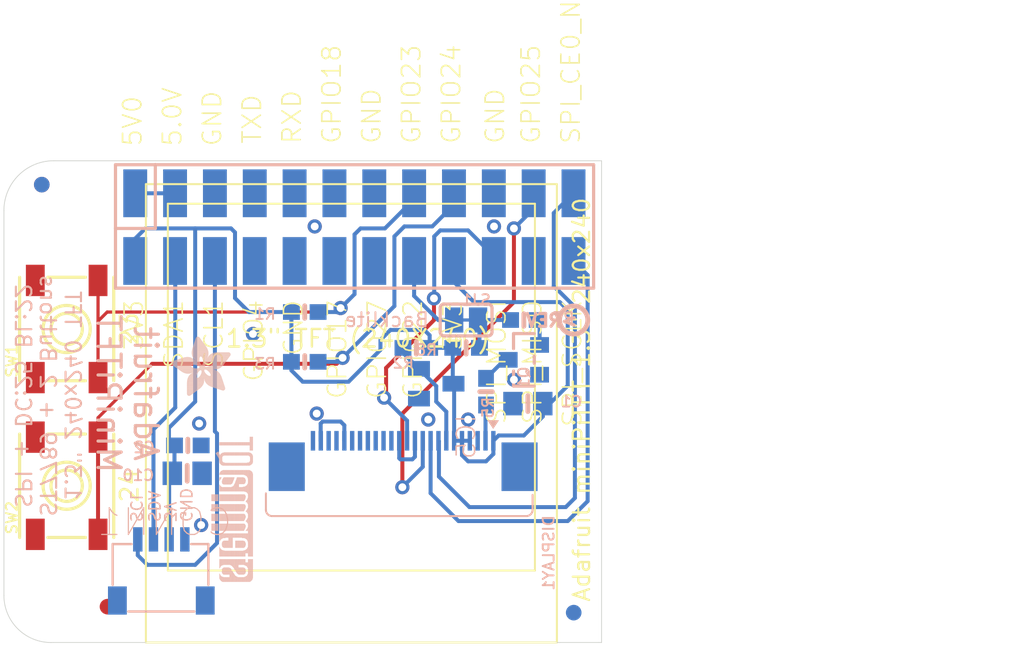
<source format=kicad_pcb>
(kicad_pcb (version 20211014) (generator pcbnew)
  (layers (0 "F.Cu" signal) (31 "B.Cu" signal) (34 "B.Paste" user) (35 "F.Paste" user) (36 "B.SilkS" user "B.Silkscreen") (37 "F.SilkS" user "F.Silkscreen") (38 "B.Mask" user) (39 "F.Mask" user) (44 "Edge.Cuts" user))
  (net 0 "")
  (net 1 "GND")
  (net 2 "3.3V")
  (net 3 "TFT_RST")
  (net 4 "TFT_DC")
  (net 5 "N$1")
  (net 6 "LED_K")
  (net 7 "N$5")
  (net 8 "BACKLIGHT")
  (net 9 "SCLK")
  (net 10 "MOSI")
  (net 11 "TFT_CS")
  (net 12 "5.0V")
  (net 13 "BUTTONB")
  (net 14 "BUTTONA")
  (net 15 "GPIO4")
  (net 16 "GPIO17")
  (net 17 "GPIO27")
  (net 18 "MISO")
  (net 19 "GPIO18")
  (net 20 "RXD")
  (net 21 "TXD")
  (net 22 "SCL")
  (net 23 "SDA")
  (net 24 "GPIO22")
  (footprint "" (layer "F.Cu") (at 132.9511 116.8706)
    (fp_text reference "@HOLE1" hide)
    (fp_text value "" (at 0 0) (layer "F.SilkS") (effects (font (size 1.27 1.27))))
    (pad "" np_thru_hole circle (at 0 0) (size 3.048 3.048) (drill 3.048) (layers *.Cu *.Mask))
  )
  (footprint "boardEagle:EVQ-Q2_SMALLER" (layer "F.Cu") (at 133.4511 110.3706 90)
    (fp_text reference "SW2" (at -3.175 -3.5 90) (layer "F.SilkS") (effects (font (size 0.692831 0.692831) (thickness 0.119969)) (justify left)))
    (fp_text value "")
    (pad "A" smd rect (at -3.1 2 90) (size 2 1.2) (layers "F.Cu" "F.Paste" "F.Mask") (net 13 "BUTTONB"))
    (pad "A'" smd rect (at 3.1 2 90) (size 2 1.2) (layers "F.Cu" "F.Paste" "F.Mask") (net 13 "BUTTONB"))
    (pad "B" smd rect (at -3.1 -2 90) (size 2 1.2) (layers "F.Cu" "F.Paste" "F.Mask") (net 1 "GND"))
    (pad "B'" smd rect (at 3.1 -2 90) (size 2 1.2) (layers "F.Cu" "F.Paste" "F.Mask") (net 1 "GND"))
  )
  (footprint "boardEagle:RASPBERRYPI_2X12_SMT" (layer "F.Cu") (at 129.4511 120.3706)
    (fp_text reference "RASPI1" hide)
    (fp_text value "RASPBERRYPI_2X12_SMT" hide)
    (fp_text user "GND" (at 17.7676 -21.9334 90) (layer "F.SilkS") (effects (font (size 1.1684 1.1684) (thickness 0.1016)) (justify right top)))
    (fp_text user "RXD" (at 19.0376 -31.7378 90) (layer "F.SilkS") (effects (font (size 1.1684 1.1684) (thickness 0.1016)) (justify left bottom)))
    (fp_text user "GND" (at 13.9576 -31.5854 90) (layer "F.SilkS") (effects (font (size 1.1684 1.1684) (thickness 0.1016)) (justify left bottom)))
    (fp_text user "TXD" (at 16.4976 -31.7378 90) (layer "F.SilkS") (effects (font (size 1.1684 1.1684) (thickness 0.1016)) (justify left bottom)))
    (fp_text user "5V0" (at 8.8776 -31.5854 90) (layer "F.SilkS") (effects (font (size 1.1684 1.1684) (thickness 0.1016)) (justify left bottom)))
    (fp_text user "SPI_MOSI" (at 30.7216 -21.9334 90) (layer "F.SilkS") (effects (font (size 1.1684 1.1684) (thickness 0.1016)) (justify right top)))
    (fp_text user "GPIO17" (at 20.5616 -21.9334 90) (layer "F.SilkS") (effects (font (size 1.1684 1.1684) (thickness 0.1016)) (justify right top)))
    (fp_text user "5.0V" (at 11.4176 -31.5854 90) (layer "F.SilkS") (effects (font (size 1.1684 1.1684) (thickness 0.1016)) (justify left bottom)))
    (fp_text user "3V3" (at 27.9276 -21.9334 90) (layer "F.SilkS") (effects (font (size 1.1684 1.1684) (thickness 0.1016)) (justify right top)))
    (fp_text user "GPIO4" (at 15.2276 -21.9334 90) (layer "F.SilkS") (effects (font (size 1.1684 1.1684) (thickness 0.1016)) (justify right top)))
    (fp_text user "SDA1" (at 10.1476 -21.9334 90) (layer "F.SilkS") (effects (font (size 1.1684 1.1684) (thickness 0.1016)) (justify right top)))
    (fp_text user "SPI_CE0_N" (at 36.8176 -31.7378 90) (layer "F.SilkS") (effects (font (size 1.1684 1.1684) (thickness 0.1016)) (justify left bottom)))
    (fp_text user "GPIO22" (at 25.3876 -21.9334 90) (layer "F.SilkS") (effects (font (size 1.1684 1.1684) (thickness 0.1016)) (justify right top)))
    (fp_text user "GPIO24" (at 29.1976 -31.7378 90) (layer "F.SilkS") (effects (font (size 1.1684 1.1684) (thickness 0.1016)) (justify left bottom)))
    (fp_text user "3V3" (at 7.6076 -21.9334 90) (layer "F.SilkS") (effects (font (size 1.1684 1.1684) (thickness 0.1016)) (justify right top)))
    (fp_text user "SPI_MISO" (at 33.0076 -21.9334 90) (layer "F.SilkS") (effects (font (size 1.1684 1.1684) (thickness 0.1016)) (justify right top)))
    (fp_text user "GND" (at 31.9916 -31.7378 90) (layer "F.SilkS") (effects (font (size 1.1684 1.1684) (thickness 0.1016)) (justify left bottom)))
    (fp_text user "GPIO18" (at 21.5776 -31.7378 90) (layer "F.SilkS") (effects (font (size 1.1684 1.1684) (thickness 0.1016)) (justify left bottom)))
    (fp_text user "SCL1" (at 12.6876 -21.9334 90) (layer "F.SilkS") (effects (font (size 1.1684 1.1684) (thickness 0.1016)) (justify right top)))
    (fp_text user "GPIO27" (at 23.1016 -21.9334 90) (layer "F.SilkS") (effects (font (size 1.1684 1.1684) (thickness 0.1016)) (justify right top)))
    (fp_text user "GPIO25" (at 34.2776 -31.7378 90) (layer "F.SilkS") (effects (font (size 1.1684 1.1684) (thickness 0.1016)) (justify left bottom)))
    (fp_text user "GND" (at 24.1176 -31.7378 90) (layer "F.SilkS") (effects (font (size 1.1684 1.1684) (thickness 0.1016)) (justify left bottom)))
    (fp_text user "GPIO23" (at 26.6576 -31.7378 90) (layer "F.SilkS") (effects (font (size 1.1684 1.1684) (thickness 0.1016)) (justify left bottom)))
    (fp_text user "SPI_SCLK" (at 35.5476 -21.9334 90) (layer "F.SilkS") (effects (font (size 1.1684 1.1684) (thickness 0.1016)) (justify right top)))
    (pad "S1" smd rect (at 8.3696 -24.3394 270) (size 3.048 1.524) (layers "B.Cu" "B.Paste" "B.Mask") (net 2 "3.3V"))
    (pad "S2" smd rect (at 8.3696 -28.6574 270) (size 3.048 1.524) (layers "B.Cu" "B.Paste" "B.Mask") (net 12 "5.0V"))
    (pad "S3" smd rect (at 10.9096 -24.3394 90) (size 3.048 1.524) (layers "B.Cu" "B.Paste" "B.Mask") (net 23 "SDA"))
    (pad "S4" smd rect (at 10.9096 -28.6574 270) (size 3.048 1.524) (layers "B.Cu" "B.Paste" "B.Mask") (net 12 "5.0V"))
    (pad "S5" smd rect (at 13.4496 -24.3394 90) (size 3.048 1.524) (layers "B.Cu" "B.Paste" "B.Mask") (net 22 "SCL"))
    (pad "S6" smd rect (at 13.4496 -28.6574 270) (size 3.048 1.524) (layers "B.Cu" "B.Paste" "B.Mask") (net 1 "GND"))
    (pad "S7" smd rect (at 15.9896 -24.3394 90) (size 3.048 1.524) (layers "B.Cu" "B.Paste" "B.Mask") (net 15 "GPIO4"))
    (pad "S8" smd rect (at 15.9896 -28.6574 270) (size 3.048 1.524) (layers "B.Cu" "B.Paste" "B.Mask") (net 21 "TXD"))
    (pad "S9" smd rect (at 18.5296 -24.3394 90) (size 3.048 1.524) (layers "B.Cu" "B.Paste" "B.Mask") (net 1 "GND"))
    (pad "S10" smd rect (at 18.5296 -28.6574 270) (size 3.048 1.524) (layers "B.Cu" "B.Paste" "B.Mask") (net 20 "RXD"))
    (pad "S11" smd rect (at 21.0696 -24.3394 90) (size 3.048 1.524) (layers "B.Cu" "B.Paste" "B.Mask") (net 16 "GPIO17"))
    (pad "S12" smd rect (at 21.0696 -28.6574 270) (size 3.048 1.524) (layers "B.Cu" "B.Paste" "B.Mask") (net 19 "GPIO18"))
    (pad "S13" smd rect (at 23.6096 -24.3394 90) (size 3.048 1.524) (layers "B.Cu" "B.Paste" "B.Mask") (net 17 "GPIO27"))
    (pad "S14" smd rect (at 23.6096 -28.6574 270) (size 3.048 1.524) (layers "B.Cu" "B.Paste" "B.Mask") (net 1 "GND"))
    (pad "S15" smd rect (at 26.1496 -24.3394 90) (size 3.048 1.524) (layers "B.Cu" "B.Paste" "B.Mask") (net 24 "GPIO22"))
    (pad "S16" smd rect (at 26.1496 -28.6574 270) (size 3.048 1.524) (layers "B.Cu" "B.Paste" "B.Mask") (net 14 "BUTTONA"))
    (pad "S17" smd rect (at 28.6896 -24.3394 90) (size 3.048 1.524) (layers "B.Cu" "B.Paste" "B.Mask") (net 2 "3.3V"))
    (pad "S18" smd rect (at 28.6896 -28.6574 270) (size 3.048 1.524) (layers "B.Cu" "B.Paste" "B.Mask") (net 13 "BUTTONB"))
    (pad "S19" smd rect (at 31.2296 -24.3394 90) (size 3.048 1.524) (layers "B.Cu" "B.Paste" "B.Mask") (net 10 "MOSI"))
    (pad "S20" smd rect (at 31.2296 -28.6574 270) (size 3.048 1.524) (layers "B.Cu" "B.Paste" "B.Mask") (net 1 "GND"))
    (pad "S21" smd rect (at 33.7696 -24.3394 90) (size 3.048 1.524) (layers "B.Cu" "B.Paste" "B.Mask") (net 18 "MISO"))
    (pad "S22" smd rect (at 33.7696 -28.6574 270) (size 3.048 1.524) (layers "B.Cu" "B.Paste" "B.Mask") (net 4 "TFT_DC"))
    (pad "S23" smd rect (at 36.3096 -24.3394 90) (size 3.048 1.524) (layers "B.Cu" "B.Paste" "B.Mask") (net 9 "SCLK"))
    (pad "S24" smd rect (at 36.3096 -28.6574 270) (size 3.048 1.524) (layers "B.Cu" "B.Paste" "B.Mask") (net 11 "TFT_CS"))
  )
  (footprint "boardEagle:FIDUCIAL_1MM" (layer "F.Cu") (at 131.8641 91.1606)
    (fp_text reference "FID1" hide)
    (fp_text value "FIDUCIAL_1MM" hide)
    (pad "1" smd roundrect (at 0 0) (size 1 1) (layers "F.Cu" "F.Mask") (roundrect_rratio 0.5))
  )
  (footprint "boardEagle:EVQ-Q2_SMALLER" (layer "F.Cu") (at 133.4511 100.3706 90)
    (fp_text reference "SW1" (at -3.175 -3.5 90) (layer "F.SilkS") (effects (font (size 0.692831 0.692831) (thickness 0.119969)) (justify left)))
    (fp_text value "")
    (pad "A" smd rect (at -3.1 2 90) (size 2 1.2) (layers "F.Cu" "F.Paste" "F.Mask") (net 14 "BUTTONA"))
    (pad "A'" smd rect (at 3.1 2 90) (size 2 1.2) (layers "F.Cu" "F.Paste" "F.Mask") (net 14 "BUTTONA"))
    (pad "B" smd rect (at -3.1 -2 90) (size 2 1.2) (layers "F.Cu" "F.Paste" "F.Mask") (net 1 "GND"))
    (pad "B'" smd rect (at 3.1 -2 90) (size 2 1.2) (layers "F.Cu" "F.Paste" "F.Mask") (net 1 "GND"))
  )
  (footprint "" (layer "F.Cu") (at 133.0071 93.8276)
    (fp_text reference "@HOLE0" hide)
    (fp_text value "" (at 0 0) (layer "F.SilkS") (effects (font (size 1.27 1.27))))
    (pad "" np_thru_hole circle (at 0 0) (size 3.048 3.048) (drill 3.048) (layers *.Cu *.Mask))
  )
  (footprint "boardEagle:FIDUCIAL_1MM" (layer "F.Cu") (at 136.0551 118.0846)
    (fp_text reference "FID2" hide)
    (fp_text value "FIDUCIAL_1MM" hide)
    (pad "1" smd roundrect (at 0 0) (size 1 1) (layers "F.Cu" "F.Mask") (roundrect_rratio 0.5))
  )
  (footprint "boardEagle:STEMMAQT" (layer "B.Cu") (at 142.6861 116.4926 90)
    (fp_text reference "U$15" hide)
    (fp_text value "" hide)
  )
  (footprint "boardEagle:0603-NO" (layer "B.Cu") (at 160.1851 104.3686 -90)
    (fp_text reference "R5" (at 1.778 -0.127 -270) (layer "B.SilkS") (effects (font (size 0.692831 0.692831) (thickness 0.119969)) (justify right mirror)))
    (fp_text value "10")
    (pad "1" smd rect (at -0.85 0 270) (size 1.075 1) (layers "B.Cu" "B.Paste" "B.Mask") (net 7 "N$5"))
    (pad "2" smd rect (at 0.85 0 270) (size 1.075 1) (layers "B.Cu" "B.Paste" "B.Mask") (net 6 "LED_K"))
  )
  (footprint "boardEagle:TFT_1.3IN_240X240_24P" (layer "B.Cu") (at 165.2016 120.8786 180)
    (fp_text reference "DISPLAY1" (at 1.023 8.696 270) (layer "B.SilkS") (effects (font (size 0.692831 0.692831) (thickness 0.119969)) (justify left mirror)))
    (fp_text value "DISP_LCD_ST7789_1.3IN" hide)
    (fp_text user "1.3\" TFT (240X240)" (at 13.19 19.9) (layer "F.SilkS") (effects (font (size 1.1176 1.1176) (thickness 0.1524))))
    (pad "1" smd rect (at 4.55 13.378) (size 0.28 1.25) (layers "B.Cu" "B.Paste" "B.Mask") (net 2 "3.3V"))
    (pad "2" smd rect (at 5.05 13.378) (size 0.28 1.25) (layers "B.Cu" "B.Paste" "B.Mask") (net 6 "LED_K"))
    (pad "3" smd rect (at 5.55 13.378) (size 0.28 1.25) (layers "B.Cu" "B.Paste" "B.Mask") (net 1 "GND"))
    (pad "4" smd rect (at 6.05 13.378) (size 0.28 1.25) (layers "B.Cu" "B.Paste" "B.Mask") (net 2 "3.3V"))
    (pad "5" smd rect (at 6.55 13.378) (size 0.28 1.25) (layers "B.Cu" "B.Paste" "B.Mask") (net 2 "3.3V"))
    (pad "6" smd rect (at 7.05 13.378) (size 0.28 1.25) (layers "B.Cu" "B.Paste" "B.Mask") (net 2 "3.3V"))
    (pad "7" smd rect (at 7.55 13.378) (size 0.28 1.25) (layers "B.Cu" "B.Paste" "B.Mask") (net 3 "TFT_RST"))
    (pad "8" smd rect (at 8.05 13.378) (size 0.28 1.25) (layers "B.Cu" "B.Paste" "B.Mask") (net 11 "TFT_CS"))
    (pad "9" smd rect (at 8.55 13.378) (size 0.28 1.25) (layers "B.Cu" "B.Paste" "B.Mask") (net 9 "SCLK"))
    (pad "10" smd rect (at 9.05 13.378) (size 0.28 1.25) (layers "B.Cu" "B.Paste" "B.Mask") (net 4 "TFT_DC"))
    (pad "11" smd rect (at 9.55 13.378) (size 0.28 1.25) (layers "B.Cu" "B.Paste" "B.Mask") (net 1 "GND"))
    (pad "12" smd rect (at 10.05 13.378) (size 0.28 1.25) (layers "B.Cu" "B.Paste" "B.Mask") (net 10 "MOSI"))
    (pad "13" smd rect (at 10.55 13.378) (size 0.28 1.25) (layers "B.Cu" "B.Paste" "B.Mask") (net 1 "GND"))
    (pad "14" smd rect (at 11.05 13.378) (size 0.28 1.25) (layers "B.Cu" "B.Paste" "B.Mask") (net 1 "GND"))
    (pad "15" smd rect (at 11.55 13.378) (size 0.28 1.25) (layers "B.Cu" "B.Paste" "B.Mask") (net 1 "GND"))
    (pad "16" smd rect (at 12.05 13.378) (size 0.28 1.25) (layers "B.Cu" "B.Paste" "B.Mask") (net 1 "GND"))
    (pad "17" smd rect (at 12.55 13.378) (size 0.28 1.25) (layers "B.Cu" "B.Paste" "B.Mask") (net 1 "GND"))
    (pad "18" smd rect (at 13.05 13.378) (size 0.28 1.25) (layers "B.Cu" "B.Paste" "B.Mask") (net 1 "GND"))
    (pad "19" smd rect (at 13.55 13.378) (size 0.28 1.25) (layers "B.Cu" "B.Paste" "B.Mask") (net 1 "GND"))
    (pad "20" smd rect (at 14.05 13.378) (size 0.28 1.25) (layers "B.Cu" "B.Paste" "B.Mask") (net 1 "GND"))
    (pad "21" smd rect (at 14.55 13.378) (size 0.28 1.25) (layers "B.Cu" "B.Paste" "B.Mask"))
    (pad "22" smd rect (at 15.05 13.378) (size 0.28 1.25) (layers "B.Cu" "B.Paste" "B.Mask"))
    (pad "23" smd rect (at 15.55 13.378) (size 0.28 1.25) (layers "B.Cu" "B.Paste" "B.Mask") (net 1 "GND"))
    (pad "24" smd rect (at 16.05 13.378) (size 0.28 1.25) (layers "B.Cu" "B.Paste" "B.Mask") (net 1 "GND"))
    (pad "MNT1" smd rect (at 2.88 11.722 180) (size 2.3 3.1) (layers "B.Cu" "B.Paste" "B.Mask"))
    (pad "MNT2" smd rect (at 17.72 11.722 180) (size 2.3 3.1) (layers "B.Cu" "B.Paste" "B.Mask"))
  )
  (footprint "boardEagle:0603-NO" (layer "B.Cu") (at 162.5981 99.7966)
    (fp_text reference "R7" (at 1.778 -0.127) (layer "B.SilkS") (effects (font (size 0.692831 0.692831) (thickness 0.119969)) (justify right mirror)))
    (fp_text value "1K")
    (pad "1" smd rect (at -0.85 0) (size 1.075 1) (layers "B.Cu" "B.Paste" "B.Mask") (net 8 "BACKLIGHT"))
    (pad "2" smd rect (at 0.85 0) (size 1.075 1) (layers "B.Cu" "B.Paste" "B.Mask") (net 5 "N$1"))
  )
  (footprint "boardEagle:0805-NO" (layer "B.Cu") (at 141.1351 109.5756 180)
    (fp_text reference "C10" (at 2.032 -0.127) (layer "B.SilkS") (effects (font (size 0.692831 0.692831) (thickness 0.119969)) (justify left mirror)))
    (fp_text value "10uF")
    (pad "1" smd rect (at -0.95 0 180) (size 1.24 1.5) (layers "B.Cu" "B.Paste" "B.Mask") (net 1 "GND"))
    (pad "2" smd rect (at 0.95 0 180) (size 1.24 1.5) (layers "B.Cu" "B.Paste" "B.Mask") (net 2 "3.3V"))
  )
  (footprint "boardEagle:JST_SH4" (layer "B.Cu") (at 139.4841 116.3066 180)
    (fp_text reference "CONN1" (at -4.6 3.614) (layer "B.SilkS") (effects (font (size 1.703222 1.703222) (thickness 0.074778)) (justify left mirror)))
    (fp_text value "STEMMA_I2C_QT" hide)
    (pad "1" smd rect (at -1.5 2.514 90) (size 1.55 0.6) (layers "B.Cu" "B.Paste" "B.Mask") (net 1 "GND"))
    (pad "2" smd rect (at -0.5 2.514 90) (size 1.55 0.6) (layers "B.Cu" "B.Paste" "B.Mask") (net 2 "3.3V"))
    (pad "3" smd rect (at 0.5 2.514 90) (size 1.55 0.6) (layers "B.Cu" "B.Paste" "B.Mask") (net 23 "SDA"))
    (pad "4" smd rect (at 1.5 2.514 90) (size 1.55 0.6) (layers "B.Cu" "B.Paste" "B.Mask") (net 22 "SCL"))
    (pad "MT1" smd rect (at -2.8 -1.386 90) (size 1.8 1.2) (layers "B.Cu" "B.Paste" "B.Mask"))
    (pad "MT2" smd rect (at 2.8 -1.386 90) (size 1.8 1.2) (layers "B.Cu" "B.Paste" "B.Mask"))
  )
  (footprint "boardEagle:0603-NO" (layer "B.Cu") (at 148.6281 99.2886 180)
    (fp_text reference "R1" (at 1.778 -0.127) (layer "B.SilkS") (effects (font (size 0.692831 0.692831) (thickness 0.119969)) (justify left mirror)))
    (fp_text value "10K")
    (pad "1" smd rect (at -0.85 0 180) (size 1.075 1) (layers "B.Cu" "B.Paste" "B.Mask") (net 14 "BUTTONA"))
    (pad "2" smd rect (at 0.85 0 180) (size 1.075 1) (layers "B.Cu" "B.Paste" "B.Mask") (net 2 "3.3V"))
  )
  (footprint "boardEagle:SOLDERJUMPER_CLOSEDWIRE" (layer "B.Cu") (at 158.9151 99.7966 180)
    (fp_text reference "SJ1" (at -1.651 1.27) (layer "B.SilkS") (effects (font (size 0.692831 0.692831) (thickness 0.119969)) (justify left mirror)))
    (fp_text value "")
    (pad "1" smd rect (at -0.762 0 180) (size 1.1684 1.6002) (layers "B.Cu") (net 8 "BACKLIGHT"))
    (pad "2" smd rect (at 0.762 0 180) (size 1.1684 1.6002) (layers "B.Cu") (net 24 "GPIO22"))
    (pad "WIRE" smd rect (at 0 0) (size 0.635 0.2032) (layers "B.Cu"))
  )
  (footprint "boardEagle:0603-NO" (layer "B.Cu") (at 141.1741 107.7976 180)
    (fp_text reference "C2" (at 2.032 -0.127) (layer "B.SilkS") (effects (font (size 0.692831 0.692831) (thickness 0.119969)) (justify left mirror)))
    (fp_text value "1uF")
    (pad "1" smd rect (at -0.85 0 180) (size 1.075 1) (layers "B.Cu" "B.Paste" "B.Mask") (net 1 "GND"))
    (pad "2" smd rect (at 0.85 0 180) (size 1.075 1) (layers "B.Cu" "B.Paste" "B.Mask") (net 2 "3.3V"))
  )
  (footprint "boardEagle:FIDUCIAL_1MM" (layer "B.Cu") (at 131.8641 91.1606 180)
    (fp_text reference "FID4" hide)
    (fp_text value "FIDUCIAL_1MM" hide)
    (pad "1" smd roundrect (at 0 0 180) (size 1 1) (layers "B.Cu" "B.Mask") (roundrect_rratio 0.5))
  )
  (footprint "boardEagle:FIDUCIAL_1MM" (layer "B.Cu") (at 165.7731 118.4656 180)
    (fp_text reference "FID3" hide)
    (fp_text value "FIDUCIAL_1MM" hide)
    (pad "1" smd roundrect (at 0 0 180) (size 1 1) (layers "B.Cu" "B.Mask") (roundrect_rratio 0.5))
  )
  (footprint "boardEagle:0603-NO" (layer "B.Cu") (at 155.7401 101.5746)
    (fp_text reference "R2" (at -1.5875 0.9525) (layer "B.SilkS") (effects (font (size 0.692831 0.692831) (thickness 0.119969)) (justify right mirror)))
    (fp_text value "10K")
    (pad "1" smd rect (at -0.85 0) (size 1.075 1) (layers "B.Cu" "B.Paste" "B.Mask") (net 3 "TFT_RST"))
    (pad "2" smd rect (at 0.85 0) (size 1.075 1) (layers "B.Cu" "B.Paste" "B.Mask") (net 2 "3.3V"))
  )
  (footprint "boardEagle:0603-NO" (layer "B.Cu") (at 158.9151 101.5746 180)
    (fp_text reference "R8" (at 1.778 -0.127) (layer "B.SilkS") (effects (font (size 0.692831 0.692831) (thickness 0.119969)) (justify left mirror)))
    (fp_text value "10K")
    (pad "1" smd rect (at -0.85 0 180) (size 1.075 1) (layers "B.Cu" "B.Paste" "B.Mask") (net 8 "BACKLIGHT"))
    (pad "2" smd rect (at 0.85 0 180) (size 1.075 1) (layers "B.Cu" "B.Paste" "B.Mask") (net 2 "3.3V"))
  )
  (footprint "boardEagle:SOT23" (layer "B.Cu") (at 157.0101 103.8606 90)
    (fp_text reference "IC5" (at -1.905 1.905 90) (layer "B.SilkS") (effects (font (size 1.176528 1.176528) (thickness 0.093472)) (justify left mirror)))
    (fp_text value "APX803")
    (pad "1" smd rect (at -0.95 -1.1 90) (size 1 1.4) (layers "B.Cu" "B.Paste" "B.Mask") (net 1 "GND"))
    (pad "2" smd rect (at 0.95 -1.1 90) (size 1 1.4) (layers "B.Cu" "B.Paste" "B.Mask") (net 3 "TFT_RST"))
    (pad "3" smd rect (at 0 1.1 90) (size 1 1.4) (layers "B.Cu" "B.Paste" "B.Mask") (net 2 "3.3V"))
  )
  (footprint "boardEagle:0603-NO" (layer "B.Cu") (at 148.6281 102.4636 180)
    (fp_text reference "R3" (at 1.778 -0.127) (layer "B.SilkS") (effects (font (size 0.692831 0.692831) (thickness 0.119969)) (justify left mirror)))
    (fp_text value "10K")
    (pad "1" smd rect (at -0.85 0 180) (size 1.075 1) (layers "B.Cu" "B.Paste" "B.Mask") (net 13 "BUTTONB"))
    (pad "2" smd rect (at 0.85 0 180) (size 1.075 1) (layers "B.Cu" "B.Paste" "B.Mask") (net 2 "3.3V"))
  )
  (footprint "boardEagle:SOT23-WIDE" (layer "B.Cu") (at 162.5981 102.3366 -90)
    (fp_text reference "Q1" (at 1.905 0 -270) (layer "B.SilkS") (effects (font (size 0.692831 0.692831) (thickness 0.119969)) (justify right mirror)))
    (fp_text value "MMBT2222")
    (pad "1" smd rect (at -0.95 -1 270) (size 1 1.2) (layers "B.Cu" "B.Paste" "B.Mask") (net 5 "N$1"))
    (pad "2" smd rect (at 0.95 -1 270) (size 1 1.2) (layers "B.Cu" "B.Paste" "B.Mask") (net 1 "GND"))
    (pad "3" smd rect (at 0 1 270) (size 1 1.2) (layers "B.Cu" "B.Paste" "B.Mask") (net 7 "N$5"))
  )
  (footprint "boardEagle:0805-NO" (layer "B.Cu") (at 162.8521 105.1306)
    (fp_text reference "C1" (at 2.032 -0.127) (layer "B.SilkS") (effects (font (size 0.692831 0.692831) (thickness 0.119969)) (justify right mirror)))
    (fp_text value "10uF")
    (pad "1" smd rect (at -0.95 0) (size 1.24 1.5) (layers "B.Cu" "B.Paste" "B.Mask") (net 1 "GND"))
    (pad "2" smd rect (at 0.95 0) (size 1.24 1.5) (layers "B.Cu" "B.Paste" "B.Mask") (net 2 "3.3V"))
  )
  (footprint "boardEagle:ADAFRUIT_3.5MM" (layer "B.Cu") (at 143.9211 104.6546 180)
    (fp_text reference "U$4" hide)
    (fp_text value "MICROSD" hide)
  )
  (footprint "boardEagle:PCBFEAT-REV-040" (layer "B.Cu") (at 165.7731 99.7966 180)
    (fp_text reference "U$6" hide)
    (fp_text value "" hide)
    (fp_text user ">REV" (at -0.3556 -0.508) (layer "B.SilkS") (effects (font (size 0.8128 0.8128) (thickness 0.2032)) (justify left bottom mirror)))
  )
  (gr_line (start 129.4511 117.3706) (end 129.4511 92.8116) (layer "Edge.Cuts") (width 0.05))
  (gr_line (start 167.5511 120.3706) (end 167.5511 89.6366) (layer "Edge.Cuts") (width 0.05))
  (gr_line (start 132.6261 89.6366) (end 167.5511 89.6366) (layer "Edge.Cuts") (width 0.05))
  (gr_line (start 167.5511 120.3706) (end 132.4511 120.3706) (layer "Edge.Cuts") (width 0.05))
  (gr_arc (start 129.4511 92.8116) (mid 130.381036 90.566536) (end 132.6261 89.6366) (layer "Edge.Cuts") (width 0.05))
  (gr_arc (start 132.4511 120.3706) (mid 130.32978 119.49192) (end 129.4511 117.3706) (layer "Edge.Cuts") (width 0.05))
  (gr_text "GND" (at 140.6271 112.7506 -90) (layer "B.SilkS") (effects (font (size 0.715264 0.715264) (thickness 0.097536)) (justify left bottom mirror)))
  (gr_text "SDA" (at 138.5951 112.7506 -90) (layer "B.SilkS") (effects (font (size 0.715264 0.715264) (thickness 0.097536)) (justify left bottom mirror)))
  (gr_text "SCL" (at 137.4521 112.7506 -90) (layer "B.SilkS") (effects (font (size 0.715264 0.715264) (thickness 0.097536)) (justify left bottom mirror)))
  (gr_text "3V" (at 139.6111 112.7506 -90) (layer "B.SilkS") (effects (font (size 0.715264 0.715264) (thickness 0.097536)) (justify left bottom mirror)))
  (gr_text "1.3\" 240x240 TFT\nST7789 + 2 Buttons\nSPI + DC:25 BL:22" (at 132.2451 104.6226 -90) (layer "B.SilkS") (effects (font (size 0.983488 0.983488) (thickness 0.134112)) (justify mirror)))
  (gr_text "Adafruit\nMiniPiTFT" (at 137.3091 104.4976 -90) (layer "B.SilkS") (effects (font (size 1.475232 1.475232) (thickness 0.201168)) (justify mirror)))
  (gr_text "Backlite" (at 153.8581 99.7836) (layer "B.SilkS") (effects (font (size 0.89408 0.89408) (thickness 0.12192)) (justify mirror)))
  (gr_text "24" (at 137.4511 110.3706 90) (layer "F.SilkS") (effects (font (size 1.1176 1.1176) (thickness 0.1524))))
  (gr_text "23" (at 137.4511 100.3706 90) (layer "F.SilkS") (effects (font (size 1.1176 1.1176) (thickness 0.1524))))
  (gr_text "Adafruit miniPiTFT 1.3\" 240x240" (at 166.2811 104.8766 90) (layer "F.SilkS") (effects (font (size 1.0384 1.0384) (thickness 0.1416))))
  (via (at 149.3901 105.7656) (size 0.9064) (drill 0.5) (layers "F.Cu" "B.Cu") (net 1))
  (via (at 161.9631 103.6066) (size 0.9064) (drill 0.5) (layers "F.Cu" "B.Cu") (net 1))
  (via (at 159.0421 106.1466) (size 0.9064) (drill 0.5) (layers "F.Cu" "B.Cu") (net 1))
  (via (at 160.6931 93.8276) (size 0.9064) (drill 0.5) (layers "F.Cu" "B.Cu") (net 1))
  (via (at 145.3261 100.6856) (size 0.9064) (drill 0.5) (layers "F.Cu" "B.Cu") (net 1))
  (via (at 142.0241 112.8776) (size 0.9064) (drill 0.5) (layers "F.Cu" "B.Cu") (net 1))
  (via (at 141.8971 106.4006) (size 0.9064) (drill 0.5) (layers "F.Cu" "B.Cu") (net 1))
  (via (at 156.5021 106.1466) (size 0.9064) (drill 0.5) (layers "F.Cu" "B.Cu") (net 1))
  (via (at 149.2631 93.8276) (size 0.9064) (drill 0.5) (layers "F.Cu" "B.Cu") (net 1))
  (segment (start 150.9141 106.2736) (end 151.1516 106.5111) (width 0.254) (layer "B.Cu") (net 1))
  (segment (start 149.6441 106.4006) (end 149.7711 106.2736) (width 0.254) (layer "B.Cu") (net 1))
  (segment (start 149.6441 107.4931) (end 149.6441 106.4006) (width 0.254) (layer "B.Cu") (net 1))
  (segment (start 154.6516 108.6141) (end 154.7241 108.6866) (width 0.254) (layer "B.Cu") (net 1))
  (segment (start 154.6516 107.5006) (end 154.6516 108.6141) (width 0.254) (layer "B.Cu") (net 1))
  (segment (start 149.7711 106.2736) (end 150.9141 106.2736) (width 0.254) (layer "B.Cu") (net 1))
  (segment (start 155.4861 108.6866) (end 155.6516 108.5211) (width 0.254) (layer "B.Cu") (net 1))
  (segment (start 151.1516 106.5111) (end 151.1516 107.5006) (width 0.254) (layer "B.Cu") (net 1))
  (segment (start 149.6516 107.5006) (end 149.6441 107.4931) (width 0.254) (layer "B.Cu") (net 1))
  (segment (start 154.7241 108.6866) (end 155.4861 108.6866) (width 0.254) (layer "B.Cu") (net 1))
  (segment (start 155.6516 108.5211) (end 155.6516 107.5006) (width 0.254) (layer "B.Cu") (net 1))
  (segment (start 160.9896 107.1626) (end 162.5981 107.1626) (width 0.254) (layer "B.Cu") (net 2))
  (segment (start 164.2491 105.1306) (end 163.8021 105.1306) (width 0.254) (layer "B.Cu") (net 2))
  (segment (start 160.6516 107.5006) (end 160.9896 107.1626) (width 0.254) (layer "B.Cu") (net 2))
  (segment (start 160.6516 108.3471) (end 160.1851 108.8136) (width 0.254) (layer "B.Cu") (net 2))
  (segment (start 144.1831 94.2086) (end 144.1831 98.3996) (width 0.254) (layer "B.Cu") (net 2))
  (segment (start 139.9841 109.7766) (end 139.9841 113.7926) (width 0.254) (layer "B.Cu") (net 2))
  (segment (start 139.9707 107.4442) (end 140.3241 107.7976) (width 0.254) (layer "B.Cu") (net 2))
  (segment (start 148.5011 103.7336) (end 147.7781 103.0106) (width 0.254) (layer "B.Cu") (net 2))
  (segment (start 138.4681 93.9546) (end 137.8207 94.602) (width 0.254) (layer "B.Cu") (net 2))
  (segment (start 160.6516 107.5006) (end 160.6516 108.3471) (width 0.254) (layer "B.Cu") (net 2))
  (segment (start 158.6516 107.5006) (end 158.1516 107.5006) (width 0.254) (layer "B.Cu") (net 2))
  (segment (start 158.1407 96.0312) (end 158.1411 96.0316) (width 0.254) (layer "B.Cu") (net 2))
  (segment (start 139.9707 106.676) (end 139.9707 107.4442) (width 0.254) (layer "B.Cu") (net 2))
  (segment (start 158.1411 97.3716) (end 159.4231 98.6536) (width 0.254) (layer "B.Cu") (net 2))
  (segment (start 159.4231 98.6536) (end 164.8841 98.6536) (width 0.254) (layer "B.Cu") (net 2))
  (segment (start 156.5901 100.7736) (end 156.2481 100.4316) (width 0.254) (layer "B.Cu") (net 2))
  (segment (start 156.2481 100.4316) (end 154.0891 100.4316) (width 0.254) (layer "B.Cu") (net 2))
  (segment (start 164.8841 98.6536) (end 165.3921 99.1616) (width 0.254) (layer "B.Cu") (net 2))
  (segment (start 140.3241 107.7976) (end 140.3241 109.4366) (width 0.254) (layer "B.Cu") (net 2))
  (segment (start 165.3921 103.9876) (end 164.2491 105.1306) (width 0.254) (layer "B.Cu") (net 2))
  (segment (start 159.1516 107.5006) (end 158.6516 107.5006) (width 0.254) (layer "B.Cu") (net 2))
  (segment (start 160.1851 108.8136) (end 159.0421 108.8136) (width 0.254) (layer "B.Cu") (net 2))
  (segment (start 163.8021 105.9586) (end 163.8021 105.1306) (width 0.254) (layer "B.Cu") (net 2))
  (segment (start 141.6431 93.9546) (end 141.6431 105.0036) (width 0.254) (layer "B.Cu") (net 2))
  (segment (start 140.1851 109.5756) (end 139.9841 109.7766) (width 0.254) (layer "B.Cu") (net 2))
  (segment (start 158.0651 103.8156) (end 158.1101 103.8606) (width 0.254) (layer "B.Cu") (net 2))
  (segment (start 158.1411 96.0316) (end 158.1411 97.3716) (width 0.254) (layer "B.Cu") (net 2))
  (segment (start 137.8207 94.602) (end 137.8207 96.0312) (width 0.254) (layer "B.Cu") (net 2))
  (segment (start 154.0891 100.4316) (end 153.4541 101.0666) (width 0.254) (layer "B.Cu") (net 2))
  (segment (start 153.4541 101.0666) (end 153.4541 101.7016) (width 0.254) (layer "B.Cu") (net 2))
  (segment (start 145.0721 99.2886) (end 147.7781 99.2886) (width 0.254) (layer "B.Cu") (net 2))
  (segment (start 153.4541 101.7016) (end 151.4221 103.7336) (width 0.254) (layer "B.Cu") (net 2))
  (segment (start 158.1516 103.9021) (end 158.1101 103.8606) (width 0.254) (layer "B.Cu") (net 2))
  (segment (start 140.3241 109.4366) (end 140.1851 109.5756) (width 0.254) (layer "B.Cu") (net 2))
  (segment (start 162.5981 107.1626) (end 163.8021 105.9586) (width 0.254) (layer "B.Cu") (net 2))
  (segment (start 141.6431 105.0036) (end 139.9707 106.676) (width 0.254) (layer "B.Cu") (net 2))
  (segment (start 143.9291 93.9546) (end 144.1831 94.2086) (width 0.254) (layer "B.Cu") (net 2))
  (segment (start 144.1831 98.3996) (end 145.0721 99.2886) (width 0.254) (layer "B.Cu") (net 2))
  (segment (start 147.7781 102.4636) (end 147.7781 99.2886) (width 0.254) (layer "B.Cu") (net 2))
  (segment (start 138.4681 93.9546) (end 141.6431 93.9546) (width 0.254) (layer "B.Cu") (net 2))
  (segment (start 158.1516 107.5006) (end 158.1516 103.9021) (width 0.254) (layer "B.Cu") (net 2))
  (segment (start 141.6431 93.9546) (end 143.9291 93.9546) (width 0.254) (layer "B.Cu") (net 2))
  (segment (start 156.5901 101.5746) (end 156.5901 100.7736) (width 0.254) (layer "B.Cu") (net 2))
  (segment (start 165.3921 99.1616) (end 165.3921 103.9876) (width 0.254) (layer "B.Cu") (net 2))
  (segment (start 151.4221 103.7336) (end 148.5011 103.7336) (width 0.254) (layer "B.Cu") (net 2))
  (segment (start 147.7781 103.0106) (end 147.7781 102.4636) (width 0.254) (layer "B.Cu") (net 2))
  (segment (start 158.0651 101.5746) (end 156.5901 101.5746) (width 0.254) (layer "B.Cu") (net 2))
  (segment (start 158.0651 101.5746) (end 158.0651 103.8156) (width 0.254) (layer "B.Cu") (net 2))
  (segment (start 158.6516 108.4231) (end 158.6516 107.5006) (width 0.254) (layer "B.Cu") (net 2))
  (segment (start 159.0421 108.8136) (end 158.6516 108.4231) (width 0.254) (layer "B.Cu") (net 2))
  (segment (start 154.8901 101.5746) (end 154.8901 101.8906) (width 0.254) (layer "B.Cu") (net 3))
  (segment (start 157.6516 105.6451) (end 157.0101 105.0036) (width 0.254) (layer "B.Cu") (net 3))
  (segment (start 157.0101 104.0106) (end 155.9101 102.9106) (width 0.254) (layer "B.Cu") (net 3))
  (segment (start 154.8901 101.8906) (end 155.9101 102.9106) (width 0.254) (layer "B.Cu") (net 3))
  (segment (start 157.0101 105.0036) (end 157.0101 104.0106) (width 0.254) (layer "B.Cu") (net 3))
  (segment (start 157.6516 107.5006) (end 157.6516 105.6451) (width 0.254) (layer "B.Cu") (net 3))
  (segment (start 154.8511 105.7656) (end 161.9631 98.6536) (width 0.254) (layer "F.Cu") (net 4))
  (segment (start 161.9631 93.9546) (end 161.9631 98.6536) (width 0.254) (layer "F.Cu") (net 4))
  (segment (start 154.8511 110.4646) (end 154.8511 105.7656) (width 0.254) (layer "F.Cu") (net 4))
  (via (at 161.9631 93.9546) (size 0.9064) (drill 0.5) (layers "F.Cu" "B.Cu") (net 4))
  (via (at 154.8511 110.4646) (size 0.9064) (drill 0.5) (layers "F.Cu" "B.Cu") (net 4))
  (segment (start 156.1516 109.1641) (end 154.8511 110.4646) (width 0.254) (layer "B.Cu") (net 4))
  (segment (start 163.2207 91.7132) (end 163.2207 92.697) (width 0.254) (layer "B.Cu") (net 4))
  (segment (start 163.2207 92.697) (end 161.9631 93.9546) (width 0.254) (layer "B.Cu") (net 4))
  (segment (start 156.1516 107.5006) (end 156.1516 109.1641) (width 0.254) (layer "B.Cu") (net 4))
  (segment (start 163.4481 99.7966) (end 163.5981 99.9466) (width 0.254) (layer "B.Cu") (net 5))
  (segment (start 163.5981 99.9466) (end 163.5981 101.3866) (width 0.254) (layer "B.Cu") (net 5))
  (segment (start 160.1516 107.5006) (end 160.1516 105.252097) (width 0.254) (layer "B.Cu") (net 6))
  (segment (start 160.1516 105.252097) (end 160.1851 105.2186) (width 0.254) (layer "B.Cu") (net 6))
  (segment (start 160.1851 103.5186) (end 161.3671 102.3366) (width 0.254) (layer "B.Cu") (net 7))
  (segment (start 161.3671 102.3366) (end 161.5981 102.3366) (width 0.254) (layer "B.Cu") (net 7))
  (segment (start 159.6771 99.7966) (end 159.7651 99.8846) (width 0.254) (layer "B.Cu") (net 8))
  (segment (start 161.7481 99.7966) (end 159.6771 99.7966) (width 0.254) (layer "B.Cu") (net 8))
  (segment (start 159.7651 99.8846) (end 159.7651 101.5746) (width 0.254) (layer "B.Cu") (net 8))
  (segment (start 166.6621 96.9326) (end 165.7607 96.0312) (width 0.254) (layer "B.Cu") (net 9))
  (segment (start 165.3921 112.6236) (end 166.6621 111.3536) (width 0.254) (layer "B.Cu") (net 9))
  (segment (start 156.6516 107.5006) (end 156.6516 110.8456) (width 0.254) (layer "B.Cu") (net 9))
  (segment (start 156.6516 110.8456) (end 158.4296 112.6236) (width 0.254) (layer "B.Cu") (net 9))
  (segment (start 166.6621 111.3536) (end 166.6621 96.9326) (width 0.254) (layer "B.Cu") (net 9))
  (segment (start 158.4296 112.6236) (end 165.3921 112.6236) (width 0.254) (layer "B.Cu") (net 9))
  (segment (start 153.8137 102.854419) (end 156.86555 99.802569) (width 0.254) (layer "F.Cu") (net 10))
  (segment (start 153.6867 104.7496) (end 153.8137 104.6226) (width 0.254) (layer "F.Cu") (net 10))
  (segment (start 156.86555 98.41715) (end 156.86555 99.802569) (width 0.254) (layer "F.Cu") (net 10))
  (segment (start 153.8137 102.854419) (end 153.8137 104.6226) (width 0.254) (layer "F.Cu") (net 10))
  (via (at 153.6867 104.7496) (size 0.9064) (drill 0.5) (layers "F.Cu" "B.Cu") (net 10))
  (via (at 156.86555 98.41715) (size 0.9064) (drill 0.5) (layers "F.Cu" "B.Cu") (net 10))
  (segment (start 160.6807 96.0312) (end 160.6807 95.7202) (width 0.254) (layer "B.Cu") (net 10))
  (segment (start 160.6807 95.7202) (end 159.0421 94.0816) (width 0.254) (layer "B.Cu") (net 10))
  (segment (start 156.8831 94.4626) (end 156.8831 98.1456) (width 0.254) (layer "B.Cu") (net 10))
  (segment (start 157.0101 98.2726) (end 156.86555 98.41715) (width 0.254) (layer "B.Cu") (net 10))
  (segment (start 155.1516 107.5006) (end 155.1516 106.2145) (width 0.254) (layer "B.Cu") (net 10))
  (segment (start 159.0421 94.0816) (end 157.2641 94.0816) (width 0.254) (layer "B.Cu") (net 10))
  (segment (start 156.8831 98.1456) (end 157.0101 98.2726) (width 0.254) (layer "B.Cu") (net 10))
  (segment (start 157.2641 94.0816) (end 156.8831 94.4626) (width 0.254) (layer "B.Cu") (net 10))
  (segment (start 155.1516 106.2145) (end 153.6867 104.7496) (width 0.254) (layer "B.Cu") (net 10))
  (segment (start 157.1516 107.5006) (end 157.1814 107.5304) (width 0.254) (layer "B.Cu") (net 11))
  (segment (start 164.6809 97.8154) (end 164.692481 97.8154) (width 0.254) (layer "B.Cu") (net 11))
  (segment (start 159.129625 111.7346) (end 157.1814 109.786375) (width 0.254) (layer "B.Cu") (net 11))
  (segment (start 157.1814 107.5304) (end 157.1814 109.786375) (width 0.254) (layer "B.Cu") (net 11))
  (segment (start 165.7607 91.7132) (end 164.5031 92.9708) (width 0.254) (layer "B.Cu") (net 11))
  (segment (start 164.692481 97.8154) (end 165.8493 98.972219) (width 0.254) (layer "B.Cu") (net 11))
  (segment (start 165.8493 111.1504) (end 165.2651 111.7346) (width 0.254) (layer "B.Cu") (net 11))
  (segment (start 165.8493 98.972219) (end 165.8493 111.1504) (width 0.254) (layer "B.Cu") (net 11))
  (segment (start 164.5031 92.9708) (end 164.5031 97.6376) (width 0.254) (layer "B.Cu") (net 11))
  (segment (start 165.2651 111.7346) (end 159.129625 111.7346) (width 0.254) (layer "B.Cu") (net 11))
  (segment (start 164.5031 97.6376) (end 164.6809 97.8154) (width 0.254) (layer "B.Cu") (net 11))
  (segment (start 140.3607 91.7132) (end 137.8207 91.7132) (width 0.254) (layer "B.Cu") (net 12))
  (segment (start 138.8921 102.5906) (end 135.4511 106.0316) (width 0.2032) (layer "F.Cu") (net 13))
  (segment (start 151.0411 102.2096) (end 150.6601 102.5906) (width 0.254) (layer "F.Cu") (net 13))
  (segment (start 135.4511 106.0316) (end 135.4511 107.2706) (width 0.2032) (layer "F.Cu") (net 13))
  (segment (start 150.6601 102.5906) (end 138.8921 102.5906) (width 0.254) (layer "F.Cu") (net 13))
  (segment (start 135.4511 113.4706) (end 135.4511 107.2706) (width 0.254) (layer "F.Cu") (net 13))
  (via (at 151.0411 102.2096) (size 0.9064) (drill 0.5) (layers "F.Cu" "B.Cu") (net 13))
  (segment (start 158.1407 91.7132) (end 158.1411 91.7136) (width 0.254) (layer "B.Cu") (net 13))
  (segment (start 154.9781 93.8276) (end 154.3431 94.4626) (width 0.254) (layer "B.Cu") (net 13))
  (segment (start 158.1411 91.7136) (end 158.1411 92.4426) (width 0.254) (layer "B.Cu") (net 13))
  (segment (start 150.7871 102.4636) (end 151.0411 102.2096) (width 0.254) (layer "B.Cu") (net 13))
  (segment (start 154.3431 94.4626) (end 154.3431 98.9076) (width 0.254) (layer "B.Cu") (net 13))
  (segment (start 154.3431 98.9076) (end 151.0411 102.2096) (width 0.254) (layer "B.Cu") (net 13))
  (segment (start 149.4781 102.4636) (end 150.7871 102.4636) (width 0.254) (layer "B.Cu") (net 13))
  (segment (start 158.1411 92.4426) (end 156.7561 93.8276) (width 0.254) (layer "B.Cu") (net 13))
  (segment (start 156.7561 93.8276) (end 154.9781 93.8276) (width 0.254) (layer "B.Cu") (net 13))
  (segment (start 135.4511 97.2706) (end 135.4511 99.8706) (width 0.2032) (layer "F.Cu") (net 14))
  (segment (start 136.0331 99.2886) (end 150.6601 99.2886) (width 0.2032) (layer "F.Cu") (net 14))
  (segment (start 135.4511 99.8706) (end 135.4511 103.4706) (width 0.2032) (layer "F.Cu") (net 14))
  (segment (start 150.6601 99.2886) (end 150.9141 99.0346) (width 0.254) (layer "F.Cu") (net 14))
  (segment (start 135.4511 99.8706) (end 136.0331 99.2886) (width 0.2032) (layer "F.Cu") (net 14))
  (via (at 150.9141 99.0346) (size 0.9064) (drill 0.5) (layers "F.Cu" "B.Cu") (net 14))
  (segment (start 151.8031 98.1456) (end 150.9141 99.0346) (width 0.254) (layer "B.Cu") (net 14))
  (segment (start 153.7391 93.9546) (end 152.1841 93.9546) (width 0.254) (layer "B.Cu") (net 14))
  (segment (start 155.6007 92.093) (end 153.7391 93.9546) (width 0.254) (layer "B.Cu") (net 14))
  (segment (start 150.6601 99.2886) (end 150.9141 99.0346) (width 0.254) (layer "B.Cu") (net 14))
  (segment (start 151.8031 94.3356) (end 151.8031 98.1456) (width 0.254) (layer "B.Cu") (net 14))
  (segment (start 155.6007 91.7132) (end 155.6007 92.093) (width 0.254) (layer "B.Cu") (net 14))
  (segment (start 152.1841 93.9546) (end 151.8031 94.3356) (width 0.254) (layer "B.Cu") (net 14))
  (segment (start 149.4781 99.2886) (end 150.6601 99.2886) (width 0.254) (layer "B.Cu") (net 14))
  (segment (start 142.9007 106.903225) (end 143.0353 107.037825) (width 0.254) (layer "B.Cu") (net 22))
  (segment (start 137.9841 114.8066) (end 137.9841 113.7926) (width 0.254) (layer "B.Cu") (net 22))
  (segment (start 142.9011 114.1596) (end 141.6431 115.4176) (width 0.254) (layer "B.Cu") (net 22))
  (segment (start 141.6431 115.4176) (end 138.5951 115.4176) (width 0.254) (layer "B.Cu") (net 22))
  (segment (start 138.5951 115.4176) (end 137.9841 114.8066) (width 0.254) (layer "B.Cu") (net 22))
  (segment (start 143.0353 114.025397) (end 142.9011 114.1596) (width 0.254) (layer "B.Cu") (net 22))
  (segment (start 142.9007 96.0312) (end 142.9007 106.903225) (width 0.254) (layer "B.Cu") (net 22))
  (segment (start 143.0353 107.037825) (end 143.0353 114.025397) (width 0.254) (layer "B.Cu") (net 22))
  (segment (start 138.9841 106.7736) (end 140.3731 105.3846) (width 0.254) (layer "B.Cu") (net 23))
  (segment (start 140.3731 96.0436) (end 140.3607 96.0312) (width 0.254) (layer "B.Cu") (net 23))
  (segment (start 140.3731 105.3846) (end 140.3731 96.0436) (width 0.254) (layer "B.Cu") (net 23))
  (segment (start 138.9841 113.7926) (end 138.9841 106.7736) (width 0.254) (layer "B.Cu") (net 23))
  (segment (start 155.6007 98.2602) (end 155.6007 96.0312) (width 0.254) (layer "B.Cu") (net 24))
  (segment (start 158.1531 99.7966) (end 157.1371 99.7966) (width 0.254) (layer "B.Cu") (net 24))
  (segment (start 157.1371 99.7966) (end 155.6007 98.2602) (width 0.254) (layer "B.Cu") (net 24))
)
</source>
